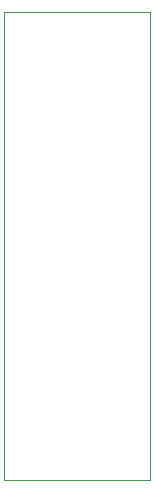
<source format=gbr>
%TF.GenerationSoftware,KiCad,Pcbnew,9.0.0*%
%TF.CreationDate,2025-05-11T23:31:38-04:00*%
%TF.ProjectId,WandLite,57616e64-4c69-4746-952e-6b696361645f,rev?*%
%TF.SameCoordinates,Original*%
%TF.FileFunction,Profile,NP*%
%FSLAX46Y46*%
G04 Gerber Fmt 4.6, Leading zero omitted, Abs format (unit mm)*
G04 Created by KiCad (PCBNEW 9.0.0) date 2025-05-11 23:31:38*
%MOMM*%
%LPD*%
G01*
G04 APERTURE LIST*
%TA.AperFunction,Profile*%
%ADD10C,0.050000*%
%TD*%
G04 APERTURE END LIST*
D10*
X131800000Y-56600000D02*
X144200728Y-56600000D01*
X144200728Y-96200000D01*
X131800000Y-96200000D01*
X131800000Y-56600000D01*
M02*

</source>
